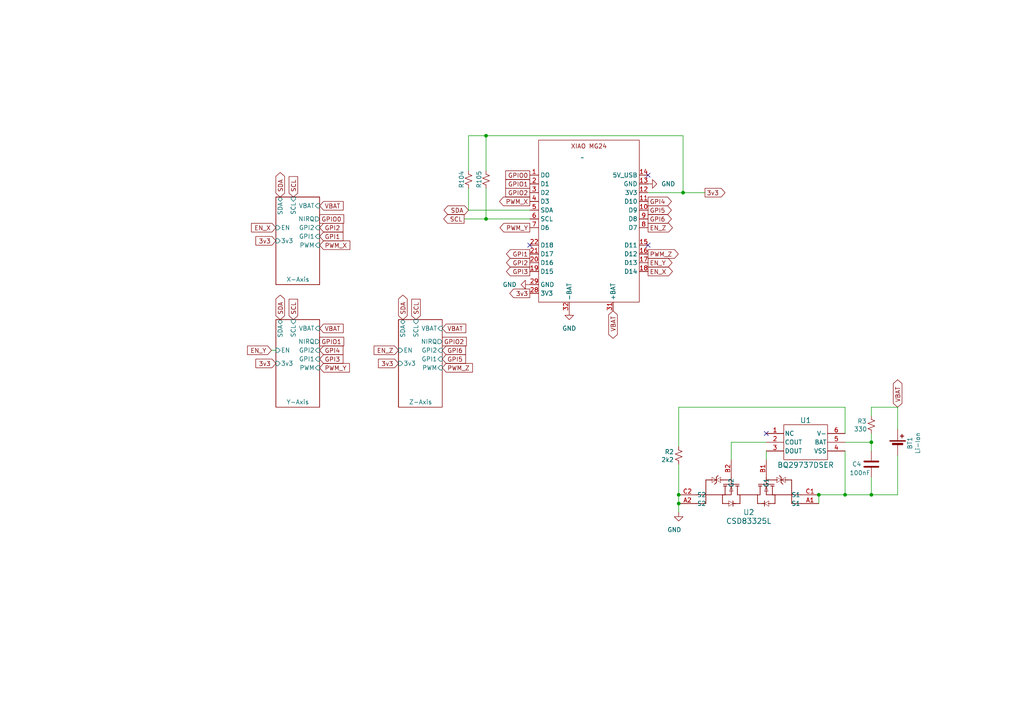
<source format=kicad_sch>
(kicad_sch (version 20250114) (generator "eeschema") (generator_version "9.0")
  (paper "A4")
  (title_block (title "3 Axis Haptic Driver") (date "2025-03-27") (rev "1"))
  (lib_symbols
    (symbol "BPLG:BQ29700DSER" (pin_names (offset 0.254))
      (property "Reference" "U1" (at -1.27 7.874 0))
      (property "Value" "BQ29700DSER" (at 0 -6.604 0))
      (symbol "BQ29700DSER_0_1"
        (pin unspecified line (at -11.43 2.54 0) (length 5.08) (name "NC") (number "1"))
        (pin output line (at -11.43 0 0) (length 5.08) (name "COUT") (number "2"))
        (pin output line (at -11.43 -2.54 0) (length 5.08) (name "DOUT") (number "3"))
        (pin bidirectional line (at 11.43 2.54 180) (length 5.08) (name "V-") (number "6"))
        (pin power_in line (at 11.43 0 180) (length 5.08) (name "BAT") (number "5"))
        (pin power_in line (at 11.43 -2.54 180) (length 5.08) (name "VSS") (number "4"))
      )
      (symbol "BQ29700DSER_1_1"
        (rectangle (start -6.35 5.08) (end 6.35 -5.08))
      )
    )
    (symbol "BPLG:CSD83325L" (pin_names (offset 0.254))
      (property "Reference" "U" (at 0 2.54 0))
      (property "Value" "CSD83325L" (at 0 0 0))
      (symbol "CSD83325L_0_1"
        (polyline (pts (xy -15.24 2.54) (xy -12.446 2.54)) (stroke (width 0.2032)))
        (polyline (pts (xy -15.24 0) (xy -7.62 0)) (stroke (width 0.2032)))
        (polyline (pts (xy -12.446 -4.318) (xy -12.446 2.54)) (stroke (width 0.2032)))
        (polyline (pts (xy -12.446 -4.318) (xy -11.176 -4.318)) (stroke (width 0.2032)))
        (polyline (pts (xy -11.176 -4.318) (xy -10.414 -4.318)) (stroke (width 0.2032)))
        (polyline (pts (xy -10.668 -3.556) (xy -9.398 -4.318)) (stroke (width 0.1016)))
        (polyline (pts (xy -10.668 -5.08) (xy -10.668 -3.556)) (stroke (width 0.1016)))
        (polyline (pts (xy -10.16 -4.318) (xy -9.398 -4.318)) (stroke (width 0.2032)))
        (polyline (pts (xy -9.398 -3.556) (xy -9.906 -3.048)) (stroke (width 0.2032)))
        (polyline (pts (xy -9.398 -3.556) (xy -9.398 -5.08)) (stroke (width 0.2032)))
        (polyline (pts (xy -9.398 -4.318) (xy -10.668 -5.08)) (stroke (width 0.1016)))
        (polyline (pts (xy -9.398 -4.318) (xy -8.128 -5.08)) (stroke (width 0.1016)))
        (polyline (pts (xy -9.398 -5.08) (xy -8.89 -5.588)) (stroke (width 0.2032)))
        (polyline (pts (xy -8.128 -3.556) (xy -9.398 -4.318)) (stroke (width 0.1016)))
        (polyline (pts (xy -8.128 -5.08) (xy -8.128 -3.556)) (stroke (width 0.1016)))
        (polyline (pts (xy -7.62 2.54) (xy -5.588 2.54)) (stroke (width 0.2032)))
        (polyline (pts (xy -7.62 0) (xy -7.62 2.54)) (stroke (width 0.2032)))
        (polyline (pts (xy -7.62 0) (xy -5.08 0)) (stroke (width 0.2032)))
        (polyline (pts (xy -7.366 -2.54) (xy -6.35 -2.54)) (stroke (width 0.2032)))
        (polyline (pts (xy -7.366 -4.318) (xy -8.382 -4.318)) (stroke (width 0.2032)))
        (polyline (pts (xy -7.366 -4.318) (xy -5.08 -4.318)) (stroke (width 0.2032)))
        (polyline (pts (xy -6.858 0) (xy -7.62 0)) (stroke (width 0.2032)))
        (polyline (pts (xy -6.858 0) (xy -6.858 -2.54)) (stroke (width 0.2032)))
        (polyline (pts (xy -5.842 3.302) (xy -4.572 2.54)) (stroke (width 0.1016)))
        (polyline (pts (xy -5.842 1.778) (xy -5.842 3.302)) (stroke (width 0.1016)))
        (polyline (pts (xy -5.588 -1.016) (xy -4.572 -1.016)) (stroke (width 0.1016)))
        (polyline (pts (xy -5.588 -2.54) (xy -4.572 -2.54)) (stroke (width 0.2032)))
        (polyline (pts (xy -5.08 0) (xy -5.08 -2.54)) (stroke (width 0.2032)))
        (polyline (pts (xy -5.08 -2.54) (xy -5.588 -1.016)) (stroke (width 0.1016)))
        (polyline (pts (xy -5.08 -5.08) (xy -5.08 -3.048)) (stroke (width 0.2032)))
        (polyline (pts (xy -4.572 3.302) (xy -4.572 1.778)) (stroke (width 0.2032)))
        (polyline (pts (xy -4.572 2.54) (xy -5.842 1.778)) (stroke (width 0.1016)))
        (polyline (pts (xy -4.572 -1.016) (xy -5.08 -2.54)) (stroke (width 0.1016)))
        (polyline (pts (xy -3.81 2.54) (xy -4.572 2.54)) (stroke (width 0.2032)))
        (polyline (pts (xy -3.302 0) (xy -3.302 -2.54)) (stroke (width 0.2032)))
        (polyline (pts (xy -3.302 0) (xy -2.54 0)) (stroke (width 0.2032)))
        (polyline (pts (xy -2.794 -2.54) (xy -3.81 -2.54)) (stroke (width 0.2032)))
        (polyline (pts (xy -2.794 -3.048) (xy -7.366 -3.048)) (stroke (width 0.2032)))
        (polyline (pts (xy -2.54 2.54) (xy -4.318 2.54)) (stroke (width 0.2032)))
        (polyline (pts (xy -2.54 0) (xy -2.54 2.54)) (stroke (width 0.2032)))
        (polyline (pts (xy -2.54 0) (xy 2.54 0)) (stroke (width 0.2032)))
        (polyline (pts (xy 2.54 2.54) (xy 4.318 2.54)) (stroke (width 0.2032)))
        (polyline (pts (xy 2.54 0) (xy 2.54 2.54)) (stroke (width 0.2032)))
        (polyline (pts (xy 2.794 -2.54) (xy 3.81 -2.54)) (stroke (width 0.2032)))
        (polyline (pts (xy 2.794 -3.048) (xy 7.366 -3.048)) (stroke (width 0.2032)))
        (polyline (pts (xy 3.302 0) (xy 2.54 0)) (stroke (width 0.2032)))
        (polyline (pts (xy 3.302 0) (xy 3.302 -2.54)) (stroke (width 0.2032)))
        (polyline (pts (xy 3.81 2.54) (xy 4.572 2.54)) (stroke (width 0.2032)))
        (polyline (pts (xy 4.572 3.302) (xy 4.572 1.778)) (stroke (width 0.2032)))
        (polyline (pts (xy 4.572 2.54) (xy 5.842 1.778)) (stroke (width 0.1016)))
        (polyline (pts (xy 4.572 -1.016) (xy 5.08 -2.54)) (stroke (width 0.1016)))
        (polyline (pts (xy 5.08 0) (xy 5.08 -2.54)) (stroke (width 0.2032)))
        (polyline (pts (xy 5.08 -2.54) (xy 5.588 -1.016)) (stroke (width 0.1016)))
        (polyline (pts (xy 5.08 -5.08) (xy 5.08 -3.048)) (stroke (width 0.2032)))
        (polyline (pts (xy 5.588 -1.016) (xy 4.572 -1.016)) (stroke (width 0.1016)))
        (polyline (pts (xy 5.588 -2.54) (xy 4.572 -2.54)) (stroke (width 0.2032)))
        (polyline (pts (xy 5.842 3.302) (xy 4.572 2.54)) (stroke (width 0.1016)))
        (polyline (pts (xy 5.842 1.778) (xy 5.842 3.302)) (stroke (width 0.1016)))
        (polyline (pts (xy 6.858 0) (xy 6.858 -2.54)) (stroke (width 0.2032)))
        (polyline (pts (xy 6.858 0) (xy 7.62 0)) (stroke (width 0.2032)))
        (polyline (pts (xy 7.366 -2.54) (xy 6.35 -2.54)) (stroke (width 0.2032)))
        (polyline (pts (xy 7.366 -4.318) (xy 5.08 -4.318)) (stroke (width 0.2032)))
        (polyline (pts (xy 7.366 -4.318) (xy 8.382 -4.318)) (stroke (width 0.2032)))
        (polyline (pts (xy 7.62 2.54) (xy 5.588 2.54)) (stroke (width 0.2032)))
        (polyline (pts (xy 7.62 0) (xy 5.08 0)) (stroke (width 0.2032)))
        (polyline (pts (xy 7.62 0) (xy 7.62 2.54)) (stroke (width 0.2032)))
        (polyline (pts (xy 8.128 -3.556) (xy 9.398 -4.318)) (stroke (width 0.1016)))
        (polyline (pts (xy 8.128 -5.08) (xy 8.128 -3.556)) (stroke (width 0.1016)))
        (polyline (pts (xy 9.398 -3.556) (xy 9.398 -5.08)) (stroke (width 0.2032)))
        (polyline (pts (xy 9.398 -3.556) (xy 9.906 -3.048)) (stroke (width 0.2032)))
        (polyline (pts (xy 9.398 -4.318) (xy 8.128 -5.08)) (stroke (width 0.1016)))
        (polyline (pts (xy 9.398 -4.318) (xy 10.668 -5.08)) (stroke (width 0.1016)))
        (polyline (pts (xy 9.398 -5.08) (xy 8.89 -5.588)) (stroke (width 0.2032)))
        (polyline (pts (xy 10.16 -4.318) (xy 9.398 -4.318)) (stroke (width 0.2032)))
        (polyline (pts (xy 10.668 -3.556) (xy 9.398 -4.318)) (stroke (width 0.1016)))
        (polyline (pts (xy 10.668 -5.08) (xy 10.668 -3.556)) (stroke (width 0.1016)))
        (polyline (pts (xy 11.176 -4.318) (xy 10.414 -4.318)) (stroke (width 0.2032)))
        (polyline (pts (xy 12.446 -4.318) (xy 11.176 -4.318)) (stroke (width 0.2032)))
        (polyline (pts (xy 12.446 -4.318) (xy 12.446 2.54)) (stroke (width 0.2032)))
        (polyline (pts (xy 15.24 2.54) (xy 12.446 2.54)) (stroke (width 0.2032)))
        (polyline (pts (xy 15.24 0) (xy 7.62 0)) (stroke (width 0.2032)))
        (pin unspecified line (at -20.32 2.54 0) (length 5.08) (name "S1") (number "A1"))
        (pin unspecified line (at -20.32 0 0) (length 5.08) (name "S1") (number "C1"))
        (pin unspecified line (at -5.08 -10.16 90) (length 5.08) (name "G1") (number "B1"))
        (pin unspecified line (at 5.08 -10.16 90) (length 5.08) (name "G2") (number "B2"))
        (pin unspecified line (at 20.32 2.54 180) (length 5.08) (name "S2") (number "A2"))
        (pin unspecified line (at 20.32 0 180) (length 5.08) (name "S2") (number "C2"))
      )
    )
    (symbol "BPLG:XIAO_MG24"
      (property "Value" "~" (at 0 3.81 0))
      (symbol "XIAO_MG24_1_0"
        (text_box "XIAO MG24" (at -12.7 8.89 0) (size 29.21 -46.99) (margins 1.016 1.016 1.016 1.016) (effects (font (size 1.27 1.27)) (justify top)))
      )
      (symbol "XIAO_MG24_1_1"
        (pin output line (at -15.24 -1.27 0) (length 2.54) (name "DO") (number "1"))
        (pin output line (at -15.24 -3.81 0) (length 2.54) (name "D1") (number "2"))
        (pin output line (at -15.24 -6.35 0) (length 2.54) (name "D2") (number "3"))
        (pin output line (at -15.24 -8.89 0) (length 2.54) (name "D3") (number "4"))
        (pin bidirectional line (at -15.24 -11.43 0) (length 2.54) (name "SDA") (number "5"))
        (pin output line (at -15.24 -13.97 0) (length 2.54) (name "SCL") (number "6"))
        (pin output line (at -15.24 -16.51 0) (length 2.54) (name "D6") (number "7"))
        (pin output line (at -15.24 -21.59 0) (length 2.54) (name "D18") (number "22"))
        (pin output line (at -15.24 -24.13 0) (length 2.54) (name "D17") (number "21"))
        (pin output line (at -15.24 -26.67 0) (length 2.54) (name "D16") (number "20"))
        (pin output line (at -15.24 -29.21 0) (length 2.54) (name "D15") (number "19"))
        (pin passive line (at -15.24 -33.02 0) (length 2.54) (name "GND") (number "29"))
        (pin power_out line (at -15.24 -35.56 0) (length 2.54) (name "3V3") (number "28"))
        (pin power_in line (at -3.81 -40.64 90) (length 2.54) (name "-BAT") (number "32"))
        (pin power_in line (at 8.89 -40.64 90) (length 2.54) (name "+BAT") (number "31"))
        (pin power_out line (at 19.05 -1.27 180) (length 2.54) (name "5V_USB") (number "14"))
        (pin passive line (at 19.05 -3.81 180) (length 2.54) (name "GND") (number "13"))
        (pin power_out line (at 19.05 -6.35 180) (length 2.54) (name "3V3") (number "12"))
        (pin output line (at 19.05 -8.89 180) (length 2.54) (name "D10") (number "11"))
        (pin output line (at 19.05 -11.43 180) (length 2.54) (name "D9") (number "10"))
        (pin output line (at 19.05 -13.97 180) (length 2.54) (name "D8") (number "9"))
        (pin output line (at 19.05 -16.51 180) (length 2.54) (name "D7") (number "8"))
        (pin output line (at 19.05 -21.59 180) (length 2.54) (name "D11") (number "15"))
        (pin output line (at 19.05 -24.13 180) (length 2.54) (name "D12") (number "16"))
        (pin output line (at 19.05 -26.67 180) (length 2.54) (name "D13") (number "17"))
        (pin output line (at 19.05 -29.21 180) (length 2.54) (name "D14") (number "18"))
      )
    )
    (symbol "Device:Battery_Cell" (pin_numbers (hide yes)) (pin_names (offset 0) (hide yes))
      (property "Reference" "BT" (at 2.54 2.54 0))
      (property "Value" "Battery_Cell" (at 2.54 0 0))
      (symbol "Battery_Cell_0_1"
        (rectangle (start -2.286 1.778) (end 2.286 1.524) (fill (type outline)))
        (rectangle (start -1.524 1.016) (end 1.524 0.508) (fill (type outline)))
        (polyline (pts (xy 0 1.778) (xy 0 2.54)))
        (polyline (pts (xy 0 0.762) (xy 0 0)))
        (polyline (pts (xy 0.762 3.048) (xy 1.778 3.048)) (stroke (width 0.254)))
        (polyline (pts (xy 1.27 3.556) (xy 1.27 2.54)) (stroke (width 0.254)))
      )
      (symbol "Battery_Cell_1_1"
        (pin passive line (at 0 5.08 270) (length 2.54) (name "+") (number "1"))
        (pin passive line (at 0 -2.54 90) (length 2.54) (name "-") (number "2"))
      )
    )
    (symbol "Device:C" (pin_numbers (hide yes)) (pin_names (offset 0.254))
      (property "Reference" "C" (at 0.635 2.54 0))
      (property "Value" "C" (at 0.635 -2.54 0))
      (symbol "C_0_1"
        (polyline (pts (xy -2.032 0.762) (xy 2.032 0.762)) (stroke (width 0.508)))
        (polyline (pts (xy -2.032 -0.762) (xy 2.032 -0.762)) (stroke (width 0.508)))
      )
      (symbol "C_1_1"
        (pin passive line (at 0 3.81 270) (length 2.794) (name "~") (number "1"))
        (pin passive line (at 0 -3.81 90) (length 2.794) (name "~") (number "2"))
      )
    )
    (symbol "Device:R_Small_US" (pin_numbers (hide yes)) (pin_names (offset 0.254) (hide yes))
      (property "Reference" "R" (at 0.762 0.508 0))
      (property "Value" "R_Small_US" (at 0.762 -1.016 0))
      (symbol "R_Small_US_1_1"
        (polyline (pts (xy 0 1.524) (xy 1.016 1.143) (xy 0 0.762) (xy -1.016 0.381) (xy 0 0)))
        (polyline (pts (xy 0 0) (xy 1.016 -0.381) (xy 0 -0.762) (xy -1.016 -1.143) (xy 0 -1.524)))
        (pin passive line (at 0 2.54 270) (length 1.016) (name "~") (number "1"))
        (pin passive line (at 0 -2.54 90) (length 1.016) (name "~") (number "2"))
      )
    )
    (symbol "power:GND" (power) (pin_numbers (hide yes)) (pin_names (offset 0) (hide yes))
      (property "Value" "GND" (at 0 -3.81 0))
      (symbol "GND_0_1"
        (polyline (pts (xy 0 0) (xy 0 -1.27) (xy 1.27 -1.27) (xy 0 -2.54) (xy -1.27 -1.27) (xy 0 -1.27)))
      )
      (symbol "GND_1_1"
        (pin power_in line (at 0 0 270) (length 0) (name "~") (number "1"))
      )
    )
  )
  (junction (at 252.73 143.51))
  (junction (at 196.85 143.51))
  (junction (at 140.97 63.5))
  (junction (at 245.11 143.51))
  (junction (at 252.73 128.27))
  (junction (at 237.49 143.51))
  (junction (at 140.97 39.37))
  (junction (at 198.12 55.88))
  (junction (at 196.85 146.05))
  (no_connect (at 187.96 71.12))
  (no_connect (at 187.96 50.8))
  (no_connect (at 153.67 71.12))
  (no_connect (at 222.25 125.73))
  (wire (pts (xy 245.11 118.11) (xy 245.11 125.73)))
  (wire (pts (xy 260.35 143.51) (xy 260.35 132.08)))
  (wire (pts (xy 245.11 128.27) (xy 252.73 128.27)))
  (wire (pts (xy 198.12 39.37) (xy 198.12 55.88)))
  (wire (pts (xy 196.85 118.11) (xy 196.85 129.54)))
  (wire (pts (xy 212.09 128.27) (xy 212.09 133.35)))
  (wire (pts (xy 135.89 60.96) (xy 153.67 60.96)))
  (wire (pts (xy 196.85 143.51) (xy 196.85 146.05)))
  (wire (pts (xy 135.89 39.37) (xy 140.97 39.37)))
  (wire (pts (xy 252.73 125.73) (xy 252.73 128.27)))
  (wire (pts (xy 237.49 143.51) (xy 237.49 146.05)))
  (wire (pts (xy 198.12 55.88) (xy 187.96 55.88)))
  (wire (pts (xy 252.73 118.11) (xy 252.73 120.65)))
  (wire (pts (xy 135.89 39.37) (xy 135.89 49.53)))
  (wire (pts (xy 212.09 128.27) (xy 222.25 128.27)))
  (wire (pts (xy 252.73 138.43) (xy 252.73 143.51)))
  (wire (pts (xy 135.89 54.61) (xy 135.89 60.96)))
  (wire (pts (xy 78.74 101.6) (xy 80.01 101.6)))
  (wire (pts (xy 140.97 63.5) (xy 153.67 63.5)))
  (wire (pts (xy 252.73 128.27) (xy 252.73 130.81)))
  (wire (pts (xy 196.85 134.62) (xy 196.85 143.51)))
  (wire (pts (xy 237.49 143.51) (xy 245.11 143.51)))
  (wire (pts (xy 252.73 143.51) (xy 260.35 143.51)))
  (wire (pts (xy 140.97 39.37) (xy 140.97 49.53)))
  (wire (pts (xy 260.35 124.46) (xy 260.35 118.11)))
  (wire (pts (xy 245.11 143.51) (xy 252.73 143.51)))
  (wire (pts (xy 196.85 118.11) (xy 245.11 118.11)))
  (wire (pts (xy 140.97 39.37) (xy 198.12 39.37)))
  (wire (pts (xy 260.35 118.11) (xy 252.73 118.11)))
  (wire (pts (xy 222.25 130.81) (xy 222.25 133.35)))
  (wire (pts (xy 245.11 130.81) (xy 245.11 143.51)))
  (wire (pts (xy 204.47 55.88) (xy 198.12 55.88)))
  (wire (pts (xy 134.62 63.5) (xy 140.97 63.5)))
  (wire (pts (xy 140.97 54.61) (xy 140.97 63.5)))
  (wire (pts (xy 196.85 146.05) (xy 196.85 148.59)))
  (global_label "GPI6" (shape input) (at 128.27 101.6 0) (property "Intersheetrefs" "${INTERSHEET_REFS}" (effects (hide yes))))
  (global_label "SCL" (shape input) (at 85.09 57.15 90) (property "Intersheetrefs" "${INTERSHEET_REFS}" (effects (hide yes))))
  (global_label "SDA" (shape bidirectional) (at 116.84 92.71 90) (property "Intersheetrefs" "${INTERSHEET_REFS}" (effects (hide yes))))
  (global_label "GPI3" (shape input) (at 92.71 104.14 0) (property "Intersheetrefs" "${INTERSHEET_REFS}" (effects (hide yes))))
  (global_label "VBAT" (shape bidirectional) (at 260.35 118.11 90) (property "Intersheetrefs" "${INTERSHEET_REFS}" (effects (hide yes))))
  (global_label "SCL" (shape input) (at 120.65 92.71 90) (property "Intersheetrefs" "${INTERSHEET_REFS}" (effects (hide yes))))
  (global_label "PWM_Z" (shape input) (at 128.27 106.68 0) (property "Intersheetrefs" "${INTERSHEET_REFS}" (effects (hide yes))))
  (global_label "SDA" (shape bidirectional) (at 81.28 92.71 90) (property "Intersheetrefs" "${INTERSHEET_REFS}" (effects (hide yes))))
  (global_label "GPIO2" (shape passive) (at 128.27 99.06 0) (property "Intersheetrefs" "${INTERSHEET_REFS}" (effects (hide yes))))
  (global_label "GPIO2" (shape passive) (at 153.67 55.88 180) (property "Intersheetrefs" "${INTERSHEET_REFS}" (effects (hide yes))))
  (global_label "GPI4" (shape input) (at 92.71 101.6 0) (property "Intersheetrefs" "${INTERSHEET_REFS}" (effects (hide yes))))
  (global_label "GPI2" (shape input) (at 92.71 66.04 0) (property "Intersheetrefs" "${INTERSHEET_REFS}" (effects (hide yes))))
  (global_label "VBAT" (shape input) (at 92.71 95.25 0) (property "Intersheetrefs" "${INTERSHEET_REFS}" (effects (hide yes))))
  (global_label "GPIO0" (shape passive) (at 92.71 63.5 0) (property "Intersheetrefs" "${INTERSHEET_REFS}" (effects (hide yes))))
  (global_label "GPI1" (shape input) (at 92.71 68.58 0) (property "Intersheetrefs" "${INTERSHEET_REFS}" (effects (hide yes))))
  (global_label "PWM_X" (shape input) (at 92.71 71.12 0) (property "Intersheetrefs" "${INTERSHEET_REFS}" (effects (hide yes))))
  (global_label "3v3" (shape input) (at 115.57 105.41 180) (property "Intersheetrefs" "${INTERSHEET_REFS}" (effects (hide yes))))
  (global_label "EN_X" (shape input) (at 80.01 66.04 180) (property "Intersheetrefs" "${INTERSHEET_REFS}" (effects (hide yes))))
  (global_label "GPI3" (shape output) (at 153.67 78.74 180) (property "Intersheetrefs" "${INTERSHEET_REFS}" (effects (hide yes))))
  (global_label "GPIO0" (shape passive) (at 153.67 50.8 180) (property "Intersheetrefs" "${INTERSHEET_REFS}" (effects (hide yes))))
  (global_label "3v3" (shape output) (at 153.67 85.09 180) (property "Intersheetrefs" "${INTERSHEET_REFS}" (effects (hide yes))))
  (global_label "PWM_Z" (shape output) (at 187.96 73.66 0) (property "Intersheetrefs" "${INTERSHEET_REFS}" (effects (hide yes))))
  (global_label "SCL" (shape output) (at 134.62 63.5 180) (property "Intersheetrefs" "${INTERSHEET_REFS}" (effects (hide yes))))
  (global_label "EN_Z" (shape output) (at 187.96 66.04 0) (property "Intersheetrefs" "${INTERSHEET_REFS}" (effects (hide yes))))
  (global_label "SCL" (shape input) (at 85.09 92.71 90) (property "Intersheetrefs" "${INTERSHEET_REFS}" (effects (hide yes))))
  (global_label "EN_Z" (shape input) (at 115.57 101.6 180) (property "Intersheetrefs" "${INTERSHEET_REFS}" (effects (hide yes))))
  (global_label "PWM_Y" (shape output) (at 153.67 66.04 180) (property "Intersheetrefs" "${INTERSHEET_REFS}" (effects (hide yes))))
  (global_label "GPI1" (shape output) (at 153.67 73.66 180) (property "Intersheetrefs" "${INTERSHEET_REFS}" (effects (hide yes))))
  (global_label "EN_Y" (shape output) (at 187.96 76.2 0) (property "Intersheetrefs" "${INTERSHEET_REFS}" (effects (hide yes))))
  (global_label "EN_X" (shape output) (at 187.96 78.74 0) (property "Intersheetrefs" "${INTERSHEET_REFS}" (effects (hide yes))))
  (global_label "GPIO1" (shape passive) (at 92.71 99.06 0) (property "Intersheetrefs" "${INTERSHEET_REFS}" (effects (hide yes))))
  (global_label "GPI4" (shape output) (at 187.96 58.42 0) (property "Intersheetrefs" "${INTERSHEET_REFS}" (effects (hide yes))))
  (global_label "SDA" (shape bidirectional) (at 81.28 57.15 90) (property "Intersheetrefs" "${INTERSHEET_REFS}" (effects (hide yes))))
  (global_label "GPI6" (shape output) (at 187.96 63.5 0) (property "Intersheetrefs" "${INTERSHEET_REFS}" (effects (hide yes))))
  (global_label "3v3" (shape output) (at 204.47 55.88 0) (property "Intersheetrefs" "${INTERSHEET_REFS}" (effects (hide yes))))
  (global_label "VBAT" (shape bidirectional) (at 177.8 90.17 270) (property "Intersheetrefs" "${INTERSHEET_REFS}" (effects (hide yes))))
  (global_label "3v3" (shape input) (at 80.01 105.41 180) (property "Intersheetrefs" "${INTERSHEET_REFS}" (effects (hide yes))))
  (global_label "3v3" (shape input) (at 80.01 69.85 180) (property "Intersheetrefs" "${INTERSHEET_REFS}" (effects (hide yes))))
  (global_label "VBAT" (shape input) (at 128.27 95.25 0) (property "Intersheetrefs" "${INTERSHEET_REFS}" (effects (hide yes))))
  (global_label "SDA" (shape bidirectional) (at 135.89 60.96 180) (property "Intersheetrefs" "${INTERSHEET_REFS}" (effects (hide yes))))
  (global_label "GPIO1" (shape passive) (at 153.67 53.34 180) (property "Intersheetrefs" "${INTERSHEET_REFS}" (effects (hide yes))))
  (global_label "PWM_X" (shape output) (at 153.67 58.42 180) (property "Intersheetrefs" "${INTERSHEET_REFS}" (effects (hide yes))))
  (global_label "EN_Y" (shape input) (at 78.74 101.6 180) (property "Intersheetrefs" "${INTERSHEET_REFS}" (effects (hide yes))))
  (global_label "GPI5" (shape input) (at 128.27 104.14 0) (property "Intersheetrefs" "${INTERSHEET_REFS}" (effects (hide yes))))
  (global_label "GPI2" (shape output) (at 153.67 76.2 180) (property "Intersheetrefs" "${INTERSHEET_REFS}" (effects (hide yes))))
  (global_label "VBAT" (shape input) (at 92.71 59.69 0) (property "Intersheetrefs" "${INTERSHEET_REFS}" (effects (hide yes))))
  (global_label "PWM_Y" (shape input) (at 92.71 106.68 0) (property "Intersheetrefs" "${INTERSHEET_REFS}" (effects (hide yes))))
  (global_label "GPI5" (shape output) (at 187.96 60.96 0) (property "Intersheetrefs" "${INTERSHEET_REFS}" (effects (hide yes))))
  (symbol (lib_id "Device:Battery_Cell") (at 260.35 129.54 0) (unit 1)
    (property "Reference" "BT1" (at 263.906 128.524 90))
    (property "Value" "Li-Ion" (at 266.192 128.524 90))
    (property "Footprint" "Footprints:Battery Leads" (effects (hide yes)))
    (property "Description" "Single-cell battery" (effects (hide yes)))
  )
  (symbol (lib_id "BPLG:BQ29700DSER") (at 233.68 128.27 0) (unit 1)
    (property "Reference" "U1" (at 233.68 121.92 0) (effects (font (size 1.524 1.524))))
    (property "Value" "BQ29737DSER" (at 233.68 134.874 0) (effects (font (size 1.524 1.524))))
    (property "Footprint" "Footprints:DSE0006A" (effects (hide yes)))
    (property "Datasheet" "BQ29700DSER" (effects (hide yes)))
  )
  (symbol (lib_id "Device:R_Small_US") (at 140.97 52.07 0) (unit 1)
    (property "Reference" "R105" (at 138.938 54.61 90) (effects (justify left)))
    (property "Value" "2k2" (effects (hide yes)))
    (property "Footprint" "Resistor_SMD:R_0402_1005Metric" (effects (hide yes)))
    (property "Description" "Resistor, small US symbol" (effects (hide yes)))
  )
  (symbol (lib_id "power:GND") (at 196.85 148.59 0) (unit 1)
    (property "Reference" "#PWR012" (effects (hide yes)))
    (property "Value" "GND" (at 195.58 153.67 0))
    (property "Description" "Power symbol creates a global label with name \"GND\" , ground" (effects (hide yes)))
  )
  (symbol (lib_id "power:GND") (at 165.1 90.17 0) (unit 1)
    (property "Reference" "#PWR09" (effects (hide yes)))
    (property "Value" "GND" (at 165.1 95.25 0))
    (property "Description" "Power symbol creates a global label with name \"GND\" , ground" (effects (hide yes)))
  )
  (symbol (lib_id "power:GND") (at 187.96 53.34 90) (unit 1)
    (property "Reference" "#PWR01" (effects (hide yes)))
    (property "Value" "GND" (at 191.77 53.3399 90) (effects (justify right)))
    (property "Description" "Power symbol creates a global label with name \"GND\" , ground" (effects (hide yes)))
  )
  (symbol (lib_id "BPLG:XIAO_MG24") (at 168.91 49.53 0) (unit 1)
    (property "Reference" "XIAO1" (effects (hide yes)))
    (property "Value" "~" (at 168.91 45.72 0))
    (property "Footprint" "Footprints:XIAO-MG24-SMD" (effects (hide yes)))
  )
  (symbol (lib_id "power:GND") (at 153.67 82.55 270) (unit 1)
    (property "Reference" "#PWR011" (effects (hide yes)))
    (property "Value" "GND" (at 149.86 82.5499 90) (effects (justify right)))
    (property "Description" "Power symbol creates a global label with name \"GND\" , ground" (effects (hide yes)))
  )
  (symbol (lib_id "Device:C") (at 252.73 134.62 0) (unit 1)
    (property "Reference" "C4" (at 247.142 134.62 0) (effects (justify left)))
    (property "Value" "100nF" (at 246.38 137.16 0) (effects (justify left)))
    (property "Footprint" "Capacitor_SMD:C_0805_2012Metric" (effects (hide yes)))
    (property "Description" "Unpolarized capacitor" (effects (hide yes)))
  )
  (symbol (lib_id "Device:R_Small_US") (at 135.89 52.07 0) (unit 1)
    (property "Reference" "R104" (at 133.858 54.61 90) (effects (justify left)))
    (property "Value" "2k2" (effects (hide yes)))
    (property "Footprint" "Resistor_SMD:R_0402_1005Metric" (effects (hide yes)))
    (property "Description" "Resistor, small US symbol" (effects (hide yes)))
  )
  (symbol (lib_id "Device:R_Small_US") (at 196.85 132.08 0) (unit 1)
    (property "Reference" "R2" (at 192.786 131.064 0) (effects (justify left)))
    (property "Value" "2k2" (at 191.77 133.35 0) (effects (justify left)))
    (property "Footprint" "Resistor_SMD:R_0402_1005Metric" (effects (hide yes)))
    (property "Description" "Resistor, small US symbol" (effects (hide yes)))
  )
  (symbol (lib_id "BPLG:CSD83325L") (at 217.17 143.51 180) (unit 1)
    (property "Reference" "U2" (at 217.17 148.59 0) (effects (font (size 1.524 1.524))))
    (property "Value" "CSD83325L" (at 217.17 151.13 0) (effects (font (size 1.524 1.524))))
    (property "Footprint" "Footprints:YJE0006A" (effects (hide yes)))
    (property "Datasheet" "CSD83325L" (effects (hide yes)))
  )
  (symbol (lib_id "Device:R_Small_US") (at 252.73 123.19 0) (unit 1)
    (property "Reference" "R3" (at 248.666 122.174 0) (effects (justify left)))
    (property "Value" "330" (at 247.65 124.46 0) (effects (justify left)))
    (property "Footprint" "Resistor_SMD:R_0402_1005Metric" (effects (hide yes)))
    (property "Description" "Resistor, small US symbol" (effects (hide yes)))
  )
  (sheet (at 80.01 57.15) (size 12.7 25.4) (stroke (width 0.1524))
    (property "Sheetname" "X-Axis" (at 83.058 81.788 0) (effects (justify left bottom)))
    (property "Sheetfile" "Driver-Actuator.kicad_sch" (effects (hide yes)))
    (pin "VBAT" input (at 92.71 59.69 0))
    (pin "SCL" input (at 85.09 57.15 90))
    (pin "NIRQ" output (at 92.71 63.5 0))
    (pin "SDA" bidirectional (at 81.28 57.15 90))
    (pin "GPI2" input (at 92.71 66.04 0))
    (pin "GPI1" input (at 92.71 68.58 0))
    (pin "PWM" input (at 92.71 71.12 0))
    (pin "EN" input (at 80.01 66.04 180))
    (pin "3v3" input (at 80.01 69.85 180))
  )
  (sheet (at 115.57 92.71) (size 12.7 25.4) (stroke (width 0.1524))
    (property "Sheetname" "Z-Axis" (at 118.618 117.348 0) (effects (justify left bottom)))
    (property "Sheetfile" "Driver-Actuator.kicad_sch" (effects (hide yes)))
    (pin "VBAT" input (at 128.27 95.25 0))
    (pin "SCL" input (at 120.65 92.71 90))
    (pin "NIRQ" output (at 128.27 99.06 0))
    (pin "SDA" bidirectional (at 116.84 92.71 90))
    (pin "GPI2" input (at 128.27 101.6 0))
    (pin "GPI1" input (at 128.27 104.14 0))
    (pin "PWM" input (at 128.27 106.68 0))
    (pin "EN" input (at 115.57 101.6 180))
    (pin "3v3" input (at 115.57 105.41 180))
  )
  (sheet (at 80.01 92.71) (size 12.7 25.4) (stroke (width 0.1524))
    (property "Sheetname" "Y-Axis" (at 83.058 117.348 0) (effects (justify left bottom)))
    (property "Sheetfile" "Driver-Actuator.kicad_sch" (effects (hide yes)))
    (pin "VBAT" input (at 92.71 95.25 0))
    (pin "SCL" input (at 85.09 92.71 90))
    (pin "NIRQ" output (at 92.71 99.06 0))
    (pin "SDA" bidirectional (at 81.28 92.71 90))
    (pin "GPI2" input (at 92.71 101.6 0))
    (pin "GPI1" input (at 92.71 104.14 0))
    (pin "PWM" input (at 92.71 106.68 0))
    (pin "EN" input (at 80.01 101.6 180))
    (pin "3v3" input (at 80.01 105.41 180))
  )
)
</source>
